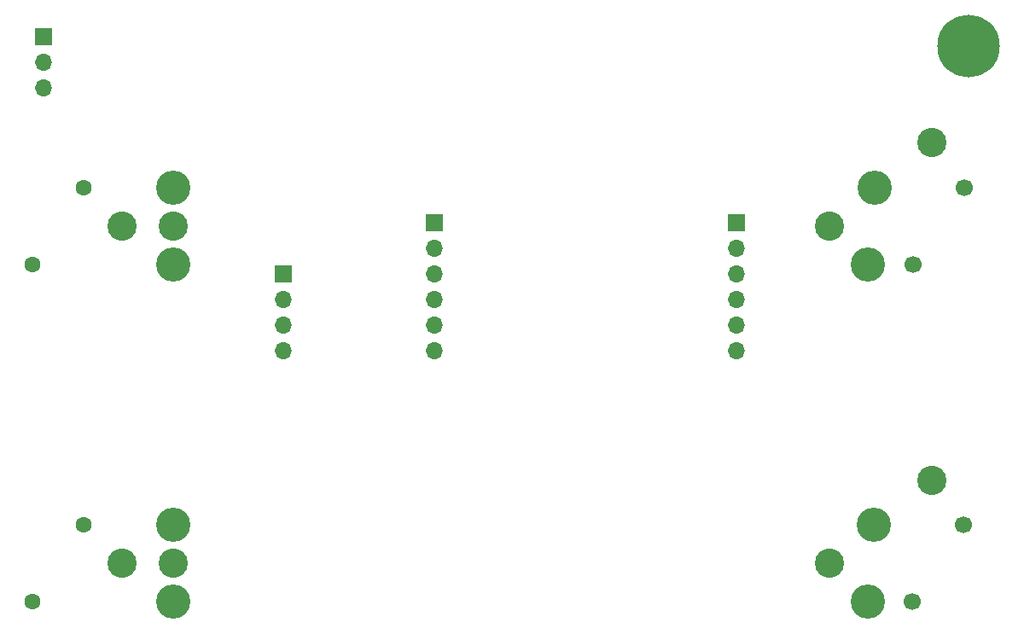
<source format=gbr>
G04 #@! TF.GenerationSoftware,KiCad,Pcbnew,6.0.2+dfsg-1*
G04 #@! TF.CreationDate,2022-08-31T21:38:22+10:00*
G04 #@! TF.ProjectId,AudioInjector.ABS.v1.balanced.preamplifier,41756469-6f49-46e6-9a65-63746f722e41,rev?*
G04 #@! TF.SameCoordinates,Original*
G04 #@! TF.FileFunction,Soldermask,Bot*
G04 #@! TF.FilePolarity,Negative*
%FSLAX45Y45*%
G04 Gerber Fmt 4.5, Leading zero omitted, Abs format (unit mm)*
G04 Created by KiCad (PCBNEW 6.0.2+dfsg-1) date 2022-08-31 21:38:22*
%MOMM*%
%LPD*%
G01*
G04 APERTURE LIST*
%ADD10C,1.600000*%
%ADD11C,3.400000*%
%ADD12C,2.900000*%
%ADD13C,1.700000*%
%ADD14C,6.200000*%
%ADD15R,1.700000X1.700000*%
%ADD16O,1.700000X1.700000*%
G04 APERTURE END LIST*
D10*
X10098000Y-11900000D03*
X9590000Y-12662000D03*
D11*
X10987000Y-11900000D03*
X10987000Y-12662000D03*
D12*
X10987000Y-12281000D03*
X10479000Y-12281000D03*
D13*
X18324500Y-12662000D03*
X18832500Y-11900000D03*
D11*
X17943500Y-11900000D03*
X17880000Y-12662000D03*
D12*
X17498500Y-12281000D03*
X18515500Y-11456000D03*
D13*
X18827500Y-15250000D03*
X18319500Y-16012000D03*
D11*
X17938500Y-15250000D03*
X17875000Y-16012000D03*
D12*
X17493500Y-15631000D03*
X18510500Y-14806000D03*
D10*
X9590000Y-16012000D03*
X10098000Y-15250000D03*
D11*
X10987000Y-15250000D03*
X10987000Y-16012000D03*
D12*
X10987000Y-15631000D03*
X10479000Y-15631000D03*
D14*
X18875000Y-10500000D03*
D15*
X16575000Y-12250000D03*
D16*
X16575000Y-12504000D03*
X16575000Y-12758000D03*
X16575000Y-13012000D03*
X16575000Y-13266000D03*
X16575000Y-13520000D03*
D15*
X9700000Y-10402000D03*
D16*
X9700000Y-10656000D03*
X9700000Y-10910000D03*
D15*
X12075000Y-12758000D03*
D16*
X12075000Y-13012000D03*
X12075000Y-13266000D03*
X12075000Y-13520000D03*
D15*
X13575000Y-12250000D03*
D16*
X13575000Y-12504000D03*
X13575000Y-12758000D03*
X13575000Y-13012000D03*
X13575000Y-13266000D03*
X13575000Y-13520000D03*
M02*

</source>
